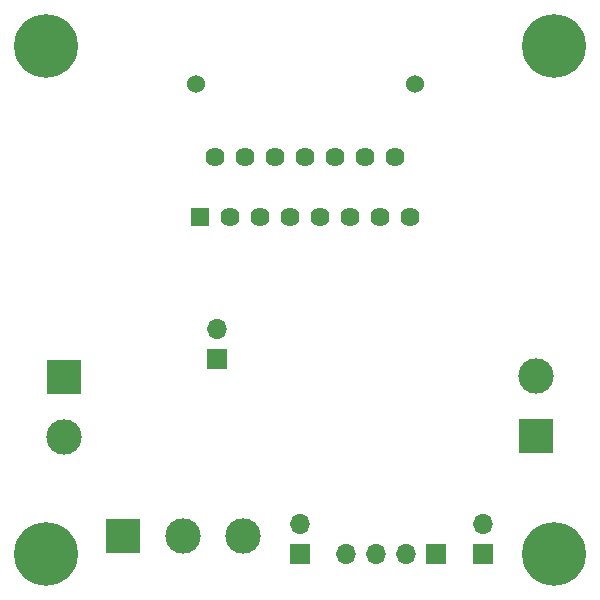
<source format=gbr>
%TF.GenerationSoftware,KiCad,Pcbnew,(5.1.10)-1*%
%TF.CreationDate,2021-10-13T16:11:29-06:00*%
%TF.ProjectId,ReplicaDriverPuenteHL298,5265706c-6963-4614-9472-697665725075,1.0*%
%TF.SameCoordinates,Original*%
%TF.FileFunction,Soldermask,Bot*%
%TF.FilePolarity,Negative*%
%FSLAX46Y46*%
G04 Gerber Fmt 4.6, Leading zero omitted, Abs format (unit mm)*
G04 Created by KiCad (PCBNEW (5.1.10)-1) date 2021-10-13 16:11:29*
%MOMM*%
%LPD*%
G01*
G04 APERTURE LIST*
%ADD10C,1.524000*%
%ADD11R,1.620000X1.620000*%
%ADD12C,1.620000*%
%ADD13C,5.400000*%
%ADD14O,1.700000X1.700000*%
%ADD15R,1.700000X1.700000*%
%ADD16R,3.000000X3.000000*%
%ADD17C,3.000000*%
G04 APERTURE END LIST*
D10*
%TO.C,HS1*%
X141700000Y-77700000D03*
X160200000Y-77700000D03*
%TD*%
D11*
%TO.C,U1*%
X142000000Y-89000000D03*
D12*
X143270000Y-83920000D03*
X144540000Y-89000000D03*
X145810000Y-83920000D03*
X147080000Y-89000000D03*
X148350000Y-83920000D03*
X149620000Y-89000000D03*
X150890000Y-83920000D03*
X152160000Y-89000000D03*
X153430000Y-83920000D03*
X154700000Y-89000000D03*
X155970000Y-83920000D03*
X157240000Y-89000000D03*
X158510000Y-83920000D03*
X159780000Y-89000000D03*
%TD*%
D13*
%TO.C,H4*%
X129000000Y-74500000D03*
%TD*%
%TO.C,H3*%
X172000000Y-74500000D03*
%TD*%
%TO.C,H2*%
X172000000Y-117500000D03*
%TD*%
%TO.C,H1*%
X129000000Y-117500000D03*
%TD*%
D14*
%TO.C,J1*%
X154380000Y-117500000D03*
X156920000Y-117500000D03*
X159460000Y-117500000D03*
D15*
X162000000Y-117500000D03*
%TD*%
D16*
%TO.C,J2*%
X130500000Y-102500000D03*
D17*
X130500000Y-107580000D03*
%TD*%
%TO.C,J3*%
X170500000Y-102420000D03*
D16*
X170500000Y-107500000D03*
%TD*%
D14*
%TO.C,J4*%
X150500000Y-114960000D03*
D15*
X150500000Y-117500000D03*
%TD*%
D14*
%TO.C,J5*%
X166000000Y-114960000D03*
D15*
X166000000Y-117500000D03*
%TD*%
%TO.C,J6*%
X143500000Y-101000000D03*
D14*
X143500000Y-98460000D03*
%TD*%
D17*
%TO.C,J7*%
X145660000Y-116000000D03*
X140580000Y-116000000D03*
D16*
X135500000Y-116000000D03*
%TD*%
M02*

</source>
